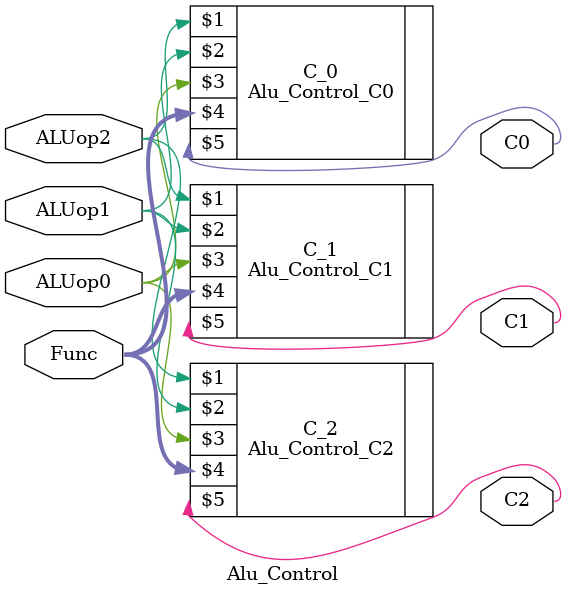
<source format=v>
module Alu_Control(ALUop2,ALUop1,ALUop0,Func,C2,C1,C0);
input ALUop0,ALUop1,ALUop2;
input [2:0]Func;
output C2,C1,C0;

Alu_Control_C2 C_2(ALUop2,ALUop1,ALUop0,Func,C2);

Alu_Control_C1 C_1(ALUop2,ALUop1,ALUop0,Func,C1);

Alu_Control_C0 C_0(ALUop2,ALUop1,ALUop0,Func,C0);

endmodule
</source>
